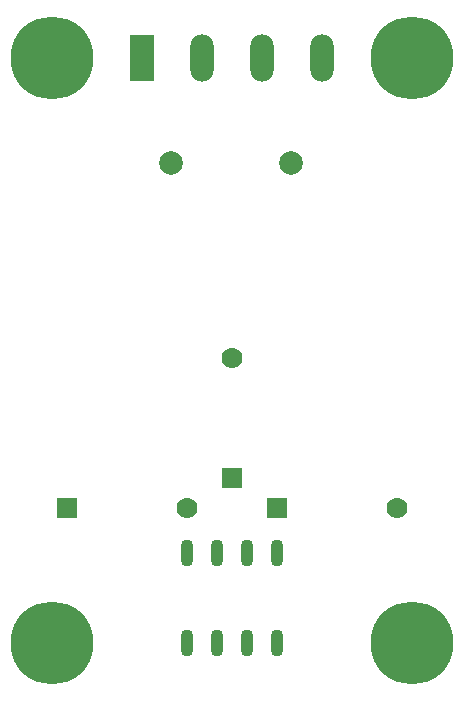
<source format=gtl>
G04 #@! TF.FileFunction,Copper,L1,Top,Signal*
%FSLAX46Y46*%
G04 Gerber Fmt 4.6, Leading zero omitted, Abs format (unit mm)*
G04 Created by KiCad (PCBNEW 4.0.5+dfsg1-4) date Sun Apr 23 12:29:52 2017*
%MOMM*%
%LPD*%
G01*
G04 APERTURE LIST*
%ADD10C,0.100000*%
%ADD11O,1.100000X2.300000*%
%ADD12C,1.778000*%
%ADD13R,1.778000X1.778000*%
%ADD14C,1.998980*%
%ADD15C,7.000000*%
%ADD16R,2.000000X4.000000*%
%ADD17O,2.000000X4.000000*%
G04 APERTURE END LIST*
D10*
D11*
X173990000Y-133350000D03*
X176530000Y-133350000D03*
X176530000Y-125730000D03*
X173990000Y-125730000D03*
D12*
X173990000Y-121920000D03*
D13*
X163830000Y-121920000D03*
D12*
X191770000Y-121920000D03*
D13*
X181610000Y-121920000D03*
D11*
X179070000Y-133350000D03*
X181610000Y-133350000D03*
X181610000Y-125730000D03*
X179070000Y-125730000D03*
D12*
X177800000Y-109220000D03*
D13*
X177800000Y-119380000D03*
D14*
X182801260Y-92710000D03*
X172641260Y-92710000D03*
D15*
X162560000Y-133350000D03*
X193040000Y-133350000D03*
X193040000Y-83820000D03*
X162560000Y-83820000D03*
D16*
X170180000Y-83820000D03*
D17*
X175260000Y-83820000D03*
X180340000Y-83820000D03*
X185420000Y-83820000D03*
M02*

</source>
